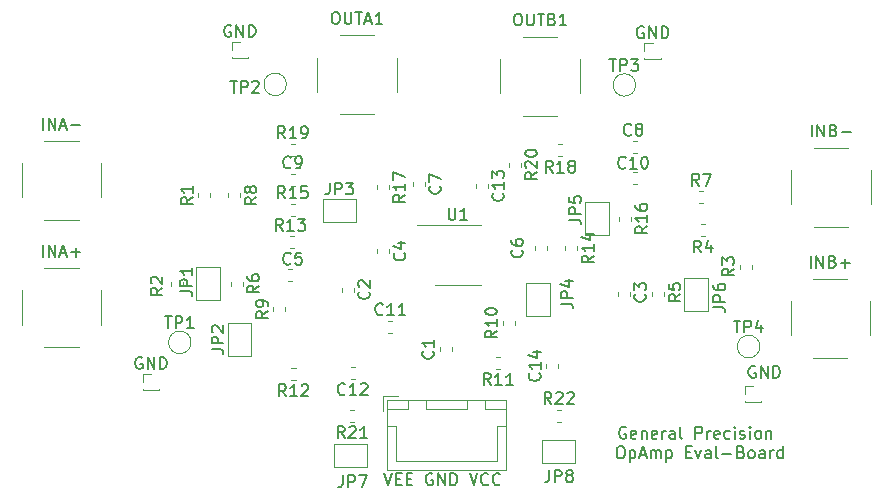
<source format=gbr>
G04 #@! TF.GenerationSoftware,KiCad,Pcbnew,(5.1.2)-2*
G04 #@! TF.CreationDate,2019-07-11T16:04:03+08:00*
G04 #@! TF.ProjectId,General Purpose Op Amp Eval-Board,47656e65-7261-46c2-9050-7572706f7365,rev?*
G04 #@! TF.SameCoordinates,Original*
G04 #@! TF.FileFunction,Legend,Top*
G04 #@! TF.FilePolarity,Positive*
%FSLAX46Y46*%
G04 Gerber Fmt 4.6, Leading zero omitted, Abs format (unit mm)*
G04 Created by KiCad (PCBNEW (5.1.2)-2) date 2019-07-11 16:04:03*
%MOMM*%
%LPD*%
G04 APERTURE LIST*
%ADD10C,0.150000*%
%ADD11C,0.120000*%
G04 APERTURE END LIST*
D10*
X148857485Y-122576200D02*
X148762247Y-122528580D01*
X148619390Y-122528580D01*
X148476533Y-122576200D01*
X148381295Y-122671438D01*
X148333676Y-122766676D01*
X148286057Y-122957152D01*
X148286057Y-123100009D01*
X148333676Y-123290485D01*
X148381295Y-123385723D01*
X148476533Y-123480961D01*
X148619390Y-123528580D01*
X148714628Y-123528580D01*
X148857485Y-123480961D01*
X148905104Y-123433342D01*
X148905104Y-123100009D01*
X148714628Y-123100009D01*
X149714628Y-123480961D02*
X149619390Y-123528580D01*
X149428914Y-123528580D01*
X149333676Y-123480961D01*
X149286057Y-123385723D01*
X149286057Y-123004771D01*
X149333676Y-122909533D01*
X149428914Y-122861914D01*
X149619390Y-122861914D01*
X149714628Y-122909533D01*
X149762247Y-123004771D01*
X149762247Y-123100009D01*
X149286057Y-123195247D01*
X150190819Y-122861914D02*
X150190819Y-123528580D01*
X150190819Y-122957152D02*
X150238438Y-122909533D01*
X150333676Y-122861914D01*
X150476533Y-122861914D01*
X150571771Y-122909533D01*
X150619390Y-123004771D01*
X150619390Y-123528580D01*
X151476533Y-123480961D02*
X151381295Y-123528580D01*
X151190819Y-123528580D01*
X151095580Y-123480961D01*
X151047961Y-123385723D01*
X151047961Y-123004771D01*
X151095580Y-122909533D01*
X151190819Y-122861914D01*
X151381295Y-122861914D01*
X151476533Y-122909533D01*
X151524152Y-123004771D01*
X151524152Y-123100009D01*
X151047961Y-123195247D01*
X151952723Y-123528580D02*
X151952723Y-122861914D01*
X151952723Y-123052390D02*
X152000342Y-122957152D01*
X152047961Y-122909533D01*
X152143200Y-122861914D01*
X152238438Y-122861914D01*
X153000342Y-123528580D02*
X153000342Y-123004771D01*
X152952723Y-122909533D01*
X152857485Y-122861914D01*
X152667009Y-122861914D01*
X152571771Y-122909533D01*
X153000342Y-123480961D02*
X152905104Y-123528580D01*
X152667009Y-123528580D01*
X152571771Y-123480961D01*
X152524152Y-123385723D01*
X152524152Y-123290485D01*
X152571771Y-123195247D01*
X152667009Y-123147628D01*
X152905104Y-123147628D01*
X153000342Y-123100009D01*
X153619390Y-123528580D02*
X153524152Y-123480961D01*
X153476533Y-123385723D01*
X153476533Y-122528580D01*
X154762247Y-123528580D02*
X154762247Y-122528580D01*
X155143200Y-122528580D01*
X155238438Y-122576200D01*
X155286057Y-122623819D01*
X155333676Y-122719057D01*
X155333676Y-122861914D01*
X155286057Y-122957152D01*
X155238438Y-123004771D01*
X155143200Y-123052390D01*
X154762247Y-123052390D01*
X155762247Y-123528580D02*
X155762247Y-122861914D01*
X155762247Y-123052390D02*
X155809866Y-122957152D01*
X155857485Y-122909533D01*
X155952723Y-122861914D01*
X156047961Y-122861914D01*
X156762247Y-123480961D02*
X156667009Y-123528580D01*
X156476533Y-123528580D01*
X156381295Y-123480961D01*
X156333676Y-123385723D01*
X156333676Y-123004771D01*
X156381295Y-122909533D01*
X156476533Y-122861914D01*
X156667009Y-122861914D01*
X156762247Y-122909533D01*
X156809866Y-123004771D01*
X156809866Y-123100009D01*
X156333676Y-123195247D01*
X157667009Y-123480961D02*
X157571771Y-123528580D01*
X157381295Y-123528580D01*
X157286057Y-123480961D01*
X157238438Y-123433342D01*
X157190819Y-123338104D01*
X157190819Y-123052390D01*
X157238438Y-122957152D01*
X157286057Y-122909533D01*
X157381295Y-122861914D01*
X157571771Y-122861914D01*
X157667009Y-122909533D01*
X158095580Y-123528580D02*
X158095580Y-122861914D01*
X158095580Y-122528580D02*
X158047961Y-122576200D01*
X158095580Y-122623819D01*
X158143200Y-122576200D01*
X158095580Y-122528580D01*
X158095580Y-122623819D01*
X158524152Y-123480961D02*
X158619390Y-123528580D01*
X158809866Y-123528580D01*
X158905104Y-123480961D01*
X158952723Y-123385723D01*
X158952723Y-123338104D01*
X158905104Y-123242866D01*
X158809866Y-123195247D01*
X158667009Y-123195247D01*
X158571771Y-123147628D01*
X158524152Y-123052390D01*
X158524152Y-123004771D01*
X158571771Y-122909533D01*
X158667009Y-122861914D01*
X158809866Y-122861914D01*
X158905104Y-122909533D01*
X159381295Y-123528580D02*
X159381295Y-122861914D01*
X159381295Y-122528580D02*
X159333676Y-122576200D01*
X159381295Y-122623819D01*
X159428914Y-122576200D01*
X159381295Y-122528580D01*
X159381295Y-122623819D01*
X160000342Y-123528580D02*
X159905104Y-123480961D01*
X159857485Y-123433342D01*
X159809866Y-123338104D01*
X159809866Y-123052390D01*
X159857485Y-122957152D01*
X159905104Y-122909533D01*
X160000342Y-122861914D01*
X160143200Y-122861914D01*
X160238438Y-122909533D01*
X160286057Y-122957152D01*
X160333676Y-123052390D01*
X160333676Y-123338104D01*
X160286057Y-123433342D01*
X160238438Y-123480961D01*
X160143200Y-123528580D01*
X160000342Y-123528580D01*
X160762247Y-122861914D02*
X160762247Y-123528580D01*
X160762247Y-122957152D02*
X160809866Y-122909533D01*
X160905104Y-122861914D01*
X161047961Y-122861914D01*
X161143200Y-122909533D01*
X161190819Y-123004771D01*
X161190819Y-123528580D01*
X148333676Y-124178580D02*
X148524152Y-124178580D01*
X148619390Y-124226200D01*
X148714628Y-124321438D01*
X148762247Y-124511914D01*
X148762247Y-124845247D01*
X148714628Y-125035723D01*
X148619390Y-125130961D01*
X148524152Y-125178580D01*
X148333676Y-125178580D01*
X148238438Y-125130961D01*
X148143200Y-125035723D01*
X148095580Y-124845247D01*
X148095580Y-124511914D01*
X148143200Y-124321438D01*
X148238438Y-124226200D01*
X148333676Y-124178580D01*
X149190819Y-124511914D02*
X149190819Y-125511914D01*
X149190819Y-124559533D02*
X149286057Y-124511914D01*
X149476533Y-124511914D01*
X149571771Y-124559533D01*
X149619390Y-124607152D01*
X149667009Y-124702390D01*
X149667009Y-124988104D01*
X149619390Y-125083342D01*
X149571771Y-125130961D01*
X149476533Y-125178580D01*
X149286057Y-125178580D01*
X149190819Y-125130961D01*
X150047961Y-124892866D02*
X150524152Y-124892866D01*
X149952723Y-125178580D02*
X150286057Y-124178580D01*
X150619390Y-125178580D01*
X150952723Y-125178580D02*
X150952723Y-124511914D01*
X150952723Y-124607152D02*
X151000342Y-124559533D01*
X151095580Y-124511914D01*
X151238438Y-124511914D01*
X151333676Y-124559533D01*
X151381295Y-124654771D01*
X151381295Y-125178580D01*
X151381295Y-124654771D02*
X151428914Y-124559533D01*
X151524152Y-124511914D01*
X151667009Y-124511914D01*
X151762247Y-124559533D01*
X151809866Y-124654771D01*
X151809866Y-125178580D01*
X152286057Y-124511914D02*
X152286057Y-125511914D01*
X152286057Y-124559533D02*
X152381295Y-124511914D01*
X152571771Y-124511914D01*
X152667009Y-124559533D01*
X152714628Y-124607152D01*
X152762247Y-124702390D01*
X152762247Y-124988104D01*
X152714628Y-125083342D01*
X152667009Y-125130961D01*
X152571771Y-125178580D01*
X152381295Y-125178580D01*
X152286057Y-125130961D01*
X153952723Y-124654771D02*
X154286057Y-124654771D01*
X154428914Y-125178580D02*
X153952723Y-125178580D01*
X153952723Y-124178580D01*
X154428914Y-124178580D01*
X154762247Y-124511914D02*
X155000342Y-125178580D01*
X155238438Y-124511914D01*
X156047961Y-125178580D02*
X156047961Y-124654771D01*
X156000342Y-124559533D01*
X155905104Y-124511914D01*
X155714628Y-124511914D01*
X155619390Y-124559533D01*
X156047961Y-125130961D02*
X155952723Y-125178580D01*
X155714628Y-125178580D01*
X155619390Y-125130961D01*
X155571771Y-125035723D01*
X155571771Y-124940485D01*
X155619390Y-124845247D01*
X155714628Y-124797628D01*
X155952723Y-124797628D01*
X156047961Y-124750009D01*
X156667009Y-125178580D02*
X156571771Y-125130961D01*
X156524152Y-125035723D01*
X156524152Y-124178580D01*
X157047961Y-124797628D02*
X157809866Y-124797628D01*
X158619390Y-124654771D02*
X158762247Y-124702390D01*
X158809866Y-124750009D01*
X158857485Y-124845247D01*
X158857485Y-124988104D01*
X158809866Y-125083342D01*
X158762247Y-125130961D01*
X158667009Y-125178580D01*
X158286057Y-125178580D01*
X158286057Y-124178580D01*
X158619390Y-124178580D01*
X158714628Y-124226200D01*
X158762247Y-124273819D01*
X158809866Y-124369057D01*
X158809866Y-124464295D01*
X158762247Y-124559533D01*
X158714628Y-124607152D01*
X158619390Y-124654771D01*
X158286057Y-124654771D01*
X159428914Y-125178580D02*
X159333676Y-125130961D01*
X159286057Y-125083342D01*
X159238438Y-124988104D01*
X159238438Y-124702390D01*
X159286057Y-124607152D01*
X159333676Y-124559533D01*
X159428914Y-124511914D01*
X159571771Y-124511914D01*
X159667009Y-124559533D01*
X159714628Y-124607152D01*
X159762247Y-124702390D01*
X159762247Y-124988104D01*
X159714628Y-125083342D01*
X159667009Y-125130961D01*
X159571771Y-125178580D01*
X159428914Y-125178580D01*
X160619390Y-125178580D02*
X160619390Y-124654771D01*
X160571771Y-124559533D01*
X160476533Y-124511914D01*
X160286057Y-124511914D01*
X160190819Y-124559533D01*
X160619390Y-125130961D02*
X160524152Y-125178580D01*
X160286057Y-125178580D01*
X160190819Y-125130961D01*
X160143200Y-125035723D01*
X160143200Y-124940485D01*
X160190819Y-124845247D01*
X160286057Y-124797628D01*
X160524152Y-124797628D01*
X160619390Y-124750009D01*
X161095580Y-125178580D02*
X161095580Y-124511914D01*
X161095580Y-124702390D02*
X161143200Y-124607152D01*
X161190819Y-124559533D01*
X161286057Y-124511914D01*
X161381295Y-124511914D01*
X162143200Y-125178580D02*
X162143200Y-124178580D01*
X162143200Y-125130961D02*
X162047961Y-125178580D01*
X161857485Y-125178580D01*
X161762247Y-125130961D01*
X161714628Y-125083342D01*
X161667009Y-124988104D01*
X161667009Y-124702390D01*
X161714628Y-124607152D01*
X161762247Y-124559533D01*
X161857485Y-124511914D01*
X162047961Y-124511914D01*
X162143200Y-124559533D01*
D11*
X150435000Y-91413800D02*
X151825000Y-91413800D01*
X150435000Y-91413800D02*
X150435000Y-91288800D01*
X151825000Y-91413800D02*
X151825000Y-91288800D01*
X150435000Y-91413800D02*
X150521724Y-91413800D01*
X151738276Y-91413800D02*
X151825000Y-91413800D01*
X150435000Y-90728800D02*
X150435000Y-90043800D01*
X150435000Y-90043800D02*
X151130000Y-90043800D01*
X162811800Y-111884800D02*
X162811800Y-114784800D01*
X169521800Y-111884800D02*
X169521800Y-114784800D01*
X164716800Y-116689800D02*
X167616800Y-116689800D01*
X164716800Y-109979800D02*
X167616800Y-109979800D01*
X128631000Y-120222000D02*
X128631000Y-126192000D01*
X128631000Y-126192000D02*
X138751000Y-126192000D01*
X138751000Y-126192000D02*
X138751000Y-120222000D01*
X138751000Y-120222000D02*
X128631000Y-120222000D01*
X131941000Y-120232000D02*
X131941000Y-120982000D01*
X131941000Y-120982000D02*
X135441000Y-120982000D01*
X135441000Y-120982000D02*
X135441000Y-120232000D01*
X135441000Y-120232000D02*
X131941000Y-120232000D01*
X128641000Y-120232000D02*
X128641000Y-120982000D01*
X128641000Y-120982000D02*
X130441000Y-120982000D01*
X130441000Y-120982000D02*
X130441000Y-120232000D01*
X130441000Y-120232000D02*
X128641000Y-120232000D01*
X136941000Y-120232000D02*
X136941000Y-120982000D01*
X136941000Y-120982000D02*
X138741000Y-120982000D01*
X138741000Y-120982000D02*
X138741000Y-120232000D01*
X138741000Y-120232000D02*
X136941000Y-120232000D01*
X128641000Y-122482000D02*
X129391000Y-122482000D01*
X129391000Y-122482000D02*
X129391000Y-125432000D01*
X129391000Y-125432000D02*
X133691000Y-125432000D01*
X138741000Y-122482000D02*
X137991000Y-122482000D01*
X137991000Y-122482000D02*
X137991000Y-125432000D01*
X137991000Y-125432000D02*
X133691000Y-125432000D01*
X129591000Y-119932000D02*
X128341000Y-119932000D01*
X128341000Y-119932000D02*
X128341000Y-121182000D01*
X158918600Y-119050600D02*
X159613600Y-119050600D01*
X158918600Y-119735600D02*
X158918600Y-119050600D01*
X160221876Y-120420600D02*
X160308600Y-120420600D01*
X158918600Y-120420600D02*
X159005324Y-120420600D01*
X160308600Y-120420600D02*
X160308600Y-120295600D01*
X158918600Y-120420600D02*
X158918600Y-120295600D01*
X158918600Y-120420600D02*
X160308600Y-120420600D01*
X160208000Y-115722400D02*
G75*
G03X160208000Y-115722400I-950000J0D01*
G01*
X149692400Y-93573600D02*
G75*
G03X149692400Y-93573600I-950000J0D01*
G01*
X115484600Y-89942200D02*
X116179600Y-89942200D01*
X115484600Y-90627200D02*
X115484600Y-89942200D01*
X116787876Y-91312200D02*
X116874600Y-91312200D01*
X115484600Y-91312200D02*
X115571324Y-91312200D01*
X116874600Y-91312200D02*
X116874600Y-91187200D01*
X115484600Y-91312200D02*
X115484600Y-91187200D01*
X115484600Y-91312200D02*
X116874600Y-91312200D01*
X107966200Y-118034600D02*
X108661200Y-118034600D01*
X107966200Y-118719600D02*
X107966200Y-118034600D01*
X109269476Y-119404600D02*
X109356200Y-119404600D01*
X107966200Y-119404600D02*
X108052924Y-119404600D01*
X109356200Y-119404600D02*
X109356200Y-119279600D01*
X107966200Y-119404600D02*
X107966200Y-119279600D01*
X107966200Y-119404600D02*
X109356200Y-119404600D01*
X120126800Y-93522800D02*
G75*
G03X120126800Y-93522800I-950000J0D01*
G01*
X112049600Y-115366800D02*
G75*
G03X112049600Y-115366800I-950000J0D01*
G01*
X145405600Y-106302000D02*
X145405600Y-103502000D01*
X145405600Y-103502000D02*
X147405600Y-103502000D01*
X147405600Y-103502000D02*
X147405600Y-106302000D01*
X147405600Y-106302000D02*
X145405600Y-106302000D01*
X140427200Y-113160000D02*
X140427200Y-110360000D01*
X140427200Y-110360000D02*
X142427200Y-110360000D01*
X142427200Y-110360000D02*
X142427200Y-113160000D01*
X142427200Y-113160000D02*
X140427200Y-113160000D01*
X153787600Y-112753600D02*
X153787600Y-109953600D01*
X153787600Y-109953600D02*
X155787600Y-109953600D01*
X155787600Y-109953600D02*
X155787600Y-112753600D01*
X155787600Y-112753600D02*
X153787600Y-112753600D01*
X123212400Y-103190800D02*
X126012400Y-103190800D01*
X126012400Y-103190800D02*
X126012400Y-105190800D01*
X126012400Y-105190800D02*
X123212400Y-105190800D01*
X123212400Y-105190800D02*
X123212400Y-103190800D01*
X112499900Y-111775700D02*
X112499900Y-108975700D01*
X112499900Y-108975700D02*
X114499900Y-108975700D01*
X114499900Y-108975700D02*
X114499900Y-111775700D01*
X114499900Y-111775700D02*
X112499900Y-111775700D01*
X115141500Y-116500100D02*
X115141500Y-113700100D01*
X115141500Y-113700100D02*
X117141500Y-113700100D01*
X117141500Y-113700100D02*
X117141500Y-116500100D01*
X117141500Y-116500100D02*
X115141500Y-116500100D01*
X141754400Y-123612400D02*
X144554400Y-123612400D01*
X144554400Y-123612400D02*
X144554400Y-125612400D01*
X144554400Y-125612400D02*
X141754400Y-125612400D01*
X141754400Y-125612400D02*
X141754400Y-123612400D01*
X124177600Y-123942600D02*
X126977600Y-123942600D01*
X126977600Y-123942600D02*
X126977600Y-125942600D01*
X126977600Y-125942600D02*
X124177600Y-125942600D01*
X124177600Y-125942600D02*
X124177600Y-123942600D01*
X134114000Y-116122267D02*
X134114000Y-115779733D01*
X133094000Y-116122267D02*
X133094000Y-115779733D01*
X125833600Y-110725133D02*
X125833600Y-111067667D01*
X124813600Y-110725133D02*
X124813600Y-111067667D01*
X149252400Y-111080733D02*
X149252400Y-111423267D01*
X148232400Y-111080733D02*
X148232400Y-111423267D01*
X127810800Y-107473933D02*
X127810800Y-107816467D01*
X128830800Y-107473933D02*
X128830800Y-107816467D01*
X120567267Y-110187200D02*
X120224733Y-110187200D01*
X120567267Y-109167200D02*
X120224733Y-109167200D01*
X141196600Y-107219933D02*
X141196600Y-107562467D01*
X142216600Y-107219933D02*
X142216600Y-107562467D01*
X130808000Y-101809733D02*
X130808000Y-102152267D01*
X131828000Y-101809733D02*
X131828000Y-102152267D01*
X149777267Y-98296000D02*
X149434733Y-98296000D01*
X149777267Y-99316000D02*
X149434733Y-99316000D01*
X120478733Y-101090000D02*
X120821267Y-101090000D01*
X120478733Y-102110000D02*
X120821267Y-102110000D01*
X149828067Y-100937600D02*
X149485533Y-100937600D01*
X149828067Y-101957600D02*
X149485533Y-101957600D01*
X128759133Y-113536000D02*
X129101667Y-113536000D01*
X128759133Y-114556000D02*
X129101667Y-114556000D01*
X125901267Y-118467600D02*
X125558733Y-118467600D01*
X125901267Y-117447600D02*
X125558733Y-117447600D01*
X136142000Y-101936733D02*
X136142000Y-102279267D01*
X137162000Y-101936733D02*
X137162000Y-102279267D01*
X142111000Y-117519267D02*
X142111000Y-117176733D01*
X143131000Y-117519267D02*
X143131000Y-117176733D01*
X97737000Y-110970400D02*
X97737000Y-113870400D01*
X104447000Y-110970400D02*
X104447000Y-113870400D01*
X99642000Y-115775400D02*
X102542000Y-115775400D01*
X99642000Y-109065400D02*
X102542000Y-109065400D01*
X99642000Y-98295800D02*
X102542000Y-98295800D01*
X99642000Y-105005800D02*
X102542000Y-105005800D01*
X104447000Y-100200800D02*
X104447000Y-103100800D01*
X97737000Y-100200800D02*
X97737000Y-103100800D01*
X164793000Y-98880000D02*
X167693000Y-98880000D01*
X164793000Y-105590000D02*
X167693000Y-105590000D01*
X169598000Y-100785000D02*
X169598000Y-103685000D01*
X162888000Y-100785000D02*
X162888000Y-103685000D01*
X124661000Y-89355000D02*
X127561000Y-89355000D01*
X124661000Y-96065000D02*
X127561000Y-96065000D01*
X129466000Y-91260000D02*
X129466000Y-94160000D01*
X122756000Y-91260000D02*
X122756000Y-94160000D01*
X138250000Y-91387000D02*
X138250000Y-94287000D01*
X144960000Y-91387000D02*
X144960000Y-94287000D01*
X140155000Y-96192000D02*
X143055000Y-96192000D01*
X140155000Y-89482000D02*
X143055000Y-89482000D01*
X112647000Y-103092067D02*
X112647000Y-102749533D01*
X113667000Y-103092067D02*
X113667000Y-102749533D01*
X110322900Y-110229833D02*
X110322900Y-110572367D01*
X111342900Y-110229833D02*
X111342900Y-110572367D01*
X158494000Y-109137267D02*
X158494000Y-108794733D01*
X159514000Y-109137267D02*
X159514000Y-108794733D01*
X155568467Y-106377200D02*
X155225933Y-106377200D01*
X155568467Y-105357200D02*
X155225933Y-105357200D01*
X152097200Y-111474067D02*
X152097200Y-111131533D01*
X151077200Y-111474067D02*
X151077200Y-111131533D01*
X116422900Y-110229833D02*
X116422900Y-110572367D01*
X115402900Y-110229833D02*
X115402900Y-110572367D01*
X155073533Y-102563200D02*
X155416067Y-102563200D01*
X155073533Y-103583200D02*
X155416067Y-103583200D01*
X116207000Y-102749533D02*
X116207000Y-103092067D01*
X115187000Y-102749533D02*
X115187000Y-103092067D01*
X120042400Y-112744067D02*
X120042400Y-112401533D01*
X119022400Y-112744067D02*
X119022400Y-112401533D01*
X139448000Y-113912467D02*
X139448000Y-113569933D01*
X138428000Y-113912467D02*
X138428000Y-113569933D01*
X138220267Y-117604000D02*
X137877733Y-117604000D01*
X138220267Y-116584000D02*
X137877733Y-116584000D01*
X120897467Y-117536500D02*
X120554933Y-117536500D01*
X120897467Y-118556500D02*
X120554933Y-118556500D01*
X120770467Y-106322400D02*
X120427933Y-106322400D01*
X120770467Y-107342400D02*
X120427933Y-107342400D01*
X144756600Y-107219933D02*
X144756600Y-107562467D01*
X143736600Y-107219933D02*
X143736600Y-107562467D01*
X120478733Y-104650000D02*
X120821267Y-104650000D01*
X120478733Y-103630000D02*
X120821267Y-103630000D01*
X148283200Y-104730733D02*
X148283200Y-105073267D01*
X149303200Y-104730733D02*
X149303200Y-105073267D01*
X128780000Y-102063733D02*
X128780000Y-102406267D01*
X127760000Y-102063733D02*
X127760000Y-102406267D01*
X143478067Y-99620800D02*
X143135533Y-99620800D01*
X143478067Y-98600800D02*
X143135533Y-98600800D01*
X120478733Y-98550000D02*
X120821267Y-98550000D01*
X120478733Y-99570000D02*
X120821267Y-99570000D01*
X138936000Y-100158733D02*
X138936000Y-100501267D01*
X139956000Y-100158733D02*
X139956000Y-100501267D01*
X125861867Y-121079800D02*
X125519333Y-121079800D01*
X125861867Y-122099800D02*
X125519333Y-122099800D01*
X143033933Y-122074400D02*
X143376467Y-122074400D01*
X143033933Y-121054400D02*
X143376467Y-121054400D01*
X134620000Y-110510000D02*
X136570000Y-110510000D01*
X134620000Y-110510000D02*
X132670000Y-110510000D01*
X134620000Y-105390000D02*
X136570000Y-105390000D01*
X134620000Y-105390000D02*
X131170000Y-105390000D01*
D10*
X150368095Y-88668800D02*
X150272857Y-88621180D01*
X150130000Y-88621180D01*
X149987142Y-88668800D01*
X149891904Y-88764038D01*
X149844285Y-88859276D01*
X149796666Y-89049752D01*
X149796666Y-89192609D01*
X149844285Y-89383085D01*
X149891904Y-89478323D01*
X149987142Y-89573561D01*
X150130000Y-89621180D01*
X150225238Y-89621180D01*
X150368095Y-89573561D01*
X150415714Y-89525942D01*
X150415714Y-89192609D01*
X150225238Y-89192609D01*
X150844285Y-89621180D02*
X150844285Y-88621180D01*
X151415714Y-89621180D01*
X151415714Y-88621180D01*
X151891904Y-89621180D02*
X151891904Y-88621180D01*
X152130000Y-88621180D01*
X152272857Y-88668800D01*
X152368095Y-88764038D01*
X152415714Y-88859276D01*
X152463333Y-89049752D01*
X152463333Y-89192609D01*
X152415714Y-89383085D01*
X152368095Y-89478323D01*
X152272857Y-89573561D01*
X152130000Y-89621180D01*
X151891904Y-89621180D01*
X164523942Y-109037180D02*
X164523942Y-108037180D01*
X165000133Y-109037180D02*
X165000133Y-108037180D01*
X165571561Y-109037180D01*
X165571561Y-108037180D01*
X166381085Y-108513371D02*
X166523942Y-108560990D01*
X166571561Y-108608609D01*
X166619180Y-108703847D01*
X166619180Y-108846704D01*
X166571561Y-108941942D01*
X166523942Y-108989561D01*
X166428704Y-109037180D01*
X166047752Y-109037180D01*
X166047752Y-108037180D01*
X166381085Y-108037180D01*
X166476323Y-108084800D01*
X166523942Y-108132419D01*
X166571561Y-108227657D01*
X166571561Y-108322895D01*
X166523942Y-108418133D01*
X166476323Y-108465752D01*
X166381085Y-108513371D01*
X166047752Y-108513371D01*
X167047752Y-108656228D02*
X167809657Y-108656228D01*
X167428704Y-109037180D02*
X167428704Y-108275276D01*
X128397619Y-126452380D02*
X128730952Y-127452380D01*
X129064285Y-126452380D01*
X129397619Y-126928571D02*
X129730952Y-126928571D01*
X129873809Y-127452380D02*
X129397619Y-127452380D01*
X129397619Y-126452380D01*
X129873809Y-126452380D01*
X130302380Y-126928571D02*
X130635714Y-126928571D01*
X130778571Y-127452380D02*
X130302380Y-127452380D01*
X130302380Y-126452380D01*
X130778571Y-126452380D01*
X132492857Y-126500000D02*
X132397619Y-126452380D01*
X132254761Y-126452380D01*
X132111904Y-126500000D01*
X132016666Y-126595238D01*
X131969047Y-126690476D01*
X131921428Y-126880952D01*
X131921428Y-127023809D01*
X131969047Y-127214285D01*
X132016666Y-127309523D01*
X132111904Y-127404761D01*
X132254761Y-127452380D01*
X132350000Y-127452380D01*
X132492857Y-127404761D01*
X132540476Y-127357142D01*
X132540476Y-127023809D01*
X132350000Y-127023809D01*
X132969047Y-127452380D02*
X132969047Y-126452380D01*
X133540476Y-127452380D01*
X133540476Y-126452380D01*
X134016666Y-127452380D02*
X134016666Y-126452380D01*
X134254761Y-126452380D01*
X134397619Y-126500000D01*
X134492857Y-126595238D01*
X134540476Y-126690476D01*
X134588095Y-126880952D01*
X134588095Y-127023809D01*
X134540476Y-127214285D01*
X134492857Y-127309523D01*
X134397619Y-127404761D01*
X134254761Y-127452380D01*
X134016666Y-127452380D01*
X135635714Y-126452380D02*
X135969047Y-127452380D01*
X136302380Y-126452380D01*
X137207142Y-127357142D02*
X137159523Y-127404761D01*
X137016666Y-127452380D01*
X136921428Y-127452380D01*
X136778571Y-127404761D01*
X136683333Y-127309523D01*
X136635714Y-127214285D01*
X136588095Y-127023809D01*
X136588095Y-126880952D01*
X136635714Y-126690476D01*
X136683333Y-126595238D01*
X136778571Y-126500000D01*
X136921428Y-126452380D01*
X137016666Y-126452380D01*
X137159523Y-126500000D01*
X137207142Y-126547619D01*
X138207142Y-127357142D02*
X138159523Y-127404761D01*
X138016666Y-127452380D01*
X137921428Y-127452380D01*
X137778571Y-127404761D01*
X137683333Y-127309523D01*
X137635714Y-127214285D01*
X137588095Y-127023809D01*
X137588095Y-126880952D01*
X137635714Y-126690476D01*
X137683333Y-126595238D01*
X137778571Y-126500000D01*
X137921428Y-126452380D01*
X138016666Y-126452380D01*
X138159523Y-126500000D01*
X138207142Y-126547619D01*
X159816895Y-117406800D02*
X159721657Y-117359180D01*
X159578800Y-117359180D01*
X159435942Y-117406800D01*
X159340704Y-117502038D01*
X159293085Y-117597276D01*
X159245466Y-117787752D01*
X159245466Y-117930609D01*
X159293085Y-118121085D01*
X159340704Y-118216323D01*
X159435942Y-118311561D01*
X159578800Y-118359180D01*
X159674038Y-118359180D01*
X159816895Y-118311561D01*
X159864514Y-118263942D01*
X159864514Y-117930609D01*
X159674038Y-117930609D01*
X160293085Y-118359180D02*
X160293085Y-117359180D01*
X160864514Y-118359180D01*
X160864514Y-117359180D01*
X161340704Y-118359180D02*
X161340704Y-117359180D01*
X161578800Y-117359180D01*
X161721657Y-117406800D01*
X161816895Y-117502038D01*
X161864514Y-117597276D01*
X161912133Y-117787752D01*
X161912133Y-117930609D01*
X161864514Y-118121085D01*
X161816895Y-118216323D01*
X161721657Y-118311561D01*
X161578800Y-118359180D01*
X161340704Y-118359180D01*
X157996095Y-113526780D02*
X158567523Y-113526780D01*
X158281809Y-114526780D02*
X158281809Y-113526780D01*
X158900857Y-114526780D02*
X158900857Y-113526780D01*
X159281809Y-113526780D01*
X159377047Y-113574400D01*
X159424666Y-113622019D01*
X159472285Y-113717257D01*
X159472285Y-113860114D01*
X159424666Y-113955352D01*
X159377047Y-114002971D01*
X159281809Y-114050590D01*
X158900857Y-114050590D01*
X160329428Y-113860114D02*
X160329428Y-114526780D01*
X160091333Y-113479161D02*
X159853238Y-114193447D01*
X160472285Y-114193447D01*
X147480495Y-91377980D02*
X148051923Y-91377980D01*
X147766209Y-92377980D02*
X147766209Y-91377980D01*
X148385257Y-92377980D02*
X148385257Y-91377980D01*
X148766209Y-91377980D01*
X148861447Y-91425600D01*
X148909066Y-91473219D01*
X148956685Y-91568457D01*
X148956685Y-91711314D01*
X148909066Y-91806552D01*
X148861447Y-91854171D01*
X148766209Y-91901790D01*
X148385257Y-91901790D01*
X149290019Y-91377980D02*
X149909066Y-91377980D01*
X149575733Y-91758933D01*
X149718590Y-91758933D01*
X149813828Y-91806552D01*
X149861447Y-91854171D01*
X149909066Y-91949409D01*
X149909066Y-92187504D01*
X149861447Y-92282742D01*
X149813828Y-92330361D01*
X149718590Y-92377980D01*
X149432876Y-92377980D01*
X149337638Y-92330361D01*
X149290019Y-92282742D01*
X115417695Y-88567200D02*
X115322457Y-88519580D01*
X115179600Y-88519580D01*
X115036742Y-88567200D01*
X114941504Y-88662438D01*
X114893885Y-88757676D01*
X114846266Y-88948152D01*
X114846266Y-89091009D01*
X114893885Y-89281485D01*
X114941504Y-89376723D01*
X115036742Y-89471961D01*
X115179600Y-89519580D01*
X115274838Y-89519580D01*
X115417695Y-89471961D01*
X115465314Y-89424342D01*
X115465314Y-89091009D01*
X115274838Y-89091009D01*
X115893885Y-89519580D02*
X115893885Y-88519580D01*
X116465314Y-89519580D01*
X116465314Y-88519580D01*
X116941504Y-89519580D02*
X116941504Y-88519580D01*
X117179600Y-88519580D01*
X117322457Y-88567200D01*
X117417695Y-88662438D01*
X117465314Y-88757676D01*
X117512933Y-88948152D01*
X117512933Y-89091009D01*
X117465314Y-89281485D01*
X117417695Y-89376723D01*
X117322457Y-89471961D01*
X117179600Y-89519580D01*
X116941504Y-89519580D01*
X107899295Y-116659600D02*
X107804057Y-116611980D01*
X107661200Y-116611980D01*
X107518342Y-116659600D01*
X107423104Y-116754838D01*
X107375485Y-116850076D01*
X107327866Y-117040552D01*
X107327866Y-117183409D01*
X107375485Y-117373885D01*
X107423104Y-117469123D01*
X107518342Y-117564361D01*
X107661200Y-117611980D01*
X107756438Y-117611980D01*
X107899295Y-117564361D01*
X107946914Y-117516742D01*
X107946914Y-117183409D01*
X107756438Y-117183409D01*
X108375485Y-117611980D02*
X108375485Y-116611980D01*
X108946914Y-117611980D01*
X108946914Y-116611980D01*
X109423104Y-117611980D02*
X109423104Y-116611980D01*
X109661200Y-116611980D01*
X109804057Y-116659600D01*
X109899295Y-116754838D01*
X109946914Y-116850076D01*
X109994533Y-117040552D01*
X109994533Y-117183409D01*
X109946914Y-117373885D01*
X109899295Y-117469123D01*
X109804057Y-117564361D01*
X109661200Y-117611980D01*
X109423104Y-117611980D01*
X115374895Y-93229180D02*
X115946323Y-93229180D01*
X115660609Y-94229180D02*
X115660609Y-93229180D01*
X116279657Y-94229180D02*
X116279657Y-93229180D01*
X116660609Y-93229180D01*
X116755847Y-93276800D01*
X116803466Y-93324419D01*
X116851085Y-93419657D01*
X116851085Y-93562514D01*
X116803466Y-93657752D01*
X116755847Y-93705371D01*
X116660609Y-93752990D01*
X116279657Y-93752990D01*
X117232038Y-93324419D02*
X117279657Y-93276800D01*
X117374895Y-93229180D01*
X117612990Y-93229180D01*
X117708228Y-93276800D01*
X117755847Y-93324419D01*
X117803466Y-93419657D01*
X117803466Y-93514895D01*
X117755847Y-93657752D01*
X117184419Y-94229180D01*
X117803466Y-94229180D01*
X109837695Y-113171180D02*
X110409123Y-113171180D01*
X110123409Y-114171180D02*
X110123409Y-113171180D01*
X110742457Y-114171180D02*
X110742457Y-113171180D01*
X111123409Y-113171180D01*
X111218647Y-113218800D01*
X111266266Y-113266419D01*
X111313885Y-113361657D01*
X111313885Y-113504514D01*
X111266266Y-113599752D01*
X111218647Y-113647371D01*
X111123409Y-113694990D01*
X110742457Y-113694990D01*
X112266266Y-114171180D02*
X111694838Y-114171180D01*
X111980552Y-114171180D02*
X111980552Y-113171180D01*
X111885314Y-113314038D01*
X111790076Y-113409276D01*
X111694838Y-113456895D01*
X144057980Y-104973333D02*
X144772266Y-104973333D01*
X144915123Y-105020952D01*
X145010361Y-105116190D01*
X145057980Y-105259047D01*
X145057980Y-105354285D01*
X145057980Y-104497142D02*
X144057980Y-104497142D01*
X144057980Y-104116190D01*
X144105600Y-104020952D01*
X144153219Y-103973333D01*
X144248457Y-103925714D01*
X144391314Y-103925714D01*
X144486552Y-103973333D01*
X144534171Y-104020952D01*
X144581790Y-104116190D01*
X144581790Y-104497142D01*
X144057980Y-103020952D02*
X144057980Y-103497142D01*
X144534171Y-103544761D01*
X144486552Y-103497142D01*
X144438933Y-103401904D01*
X144438933Y-103163809D01*
X144486552Y-103068571D01*
X144534171Y-103020952D01*
X144629409Y-102973333D01*
X144867504Y-102973333D01*
X144962742Y-103020952D01*
X145010361Y-103068571D01*
X145057980Y-103163809D01*
X145057980Y-103401904D01*
X145010361Y-103497142D01*
X144962742Y-103544761D01*
X143368780Y-112085333D02*
X144083066Y-112085333D01*
X144225923Y-112132952D01*
X144321161Y-112228190D01*
X144368780Y-112371047D01*
X144368780Y-112466285D01*
X144368780Y-111609142D02*
X143368780Y-111609142D01*
X143368780Y-111228190D01*
X143416400Y-111132952D01*
X143464019Y-111085333D01*
X143559257Y-111037714D01*
X143702114Y-111037714D01*
X143797352Y-111085333D01*
X143844971Y-111132952D01*
X143892590Y-111228190D01*
X143892590Y-111609142D01*
X143702114Y-110180571D02*
X144368780Y-110180571D01*
X143321161Y-110418666D02*
X144035447Y-110656761D01*
X144035447Y-110037714D01*
X156271980Y-112390133D02*
X156986266Y-112390133D01*
X157129123Y-112437752D01*
X157224361Y-112532990D01*
X157271980Y-112675847D01*
X157271980Y-112771085D01*
X157271980Y-111913942D02*
X156271980Y-111913942D01*
X156271980Y-111532990D01*
X156319600Y-111437752D01*
X156367219Y-111390133D01*
X156462457Y-111342514D01*
X156605314Y-111342514D01*
X156700552Y-111390133D01*
X156748171Y-111437752D01*
X156795790Y-111532990D01*
X156795790Y-111913942D01*
X156271980Y-110485371D02*
X156271980Y-110675847D01*
X156319600Y-110771085D01*
X156367219Y-110818704D01*
X156510076Y-110913942D01*
X156700552Y-110961561D01*
X157081504Y-110961561D01*
X157176742Y-110913942D01*
X157224361Y-110866323D01*
X157271980Y-110771085D01*
X157271980Y-110580609D01*
X157224361Y-110485371D01*
X157176742Y-110437752D01*
X157081504Y-110390133D01*
X156843409Y-110390133D01*
X156748171Y-110437752D01*
X156700552Y-110485371D01*
X156652933Y-110580609D01*
X156652933Y-110771085D01*
X156700552Y-110866323D01*
X156748171Y-110913942D01*
X156843409Y-110961561D01*
X123779066Y-101843180D02*
X123779066Y-102557466D01*
X123731447Y-102700323D01*
X123636209Y-102795561D01*
X123493352Y-102843180D01*
X123398114Y-102843180D01*
X124255257Y-102843180D02*
X124255257Y-101843180D01*
X124636209Y-101843180D01*
X124731447Y-101890800D01*
X124779066Y-101938419D01*
X124826685Y-102033657D01*
X124826685Y-102176514D01*
X124779066Y-102271752D01*
X124731447Y-102319371D01*
X124636209Y-102366990D01*
X124255257Y-102366990D01*
X125160019Y-101843180D02*
X125779066Y-101843180D01*
X125445733Y-102224133D01*
X125588590Y-102224133D01*
X125683828Y-102271752D01*
X125731447Y-102319371D01*
X125779066Y-102414609D01*
X125779066Y-102652704D01*
X125731447Y-102747942D01*
X125683828Y-102795561D01*
X125588590Y-102843180D01*
X125302876Y-102843180D01*
X125207638Y-102795561D01*
X125160019Y-102747942D01*
X111152280Y-111056633D02*
X111866566Y-111056633D01*
X112009423Y-111104252D01*
X112104661Y-111199490D01*
X112152280Y-111342347D01*
X112152280Y-111437585D01*
X112152280Y-110580442D02*
X111152280Y-110580442D01*
X111152280Y-110199490D01*
X111199900Y-110104252D01*
X111247519Y-110056633D01*
X111342757Y-110009014D01*
X111485614Y-110009014D01*
X111580852Y-110056633D01*
X111628471Y-110104252D01*
X111676090Y-110199490D01*
X111676090Y-110580442D01*
X112152280Y-109056633D02*
X112152280Y-109628061D01*
X112152280Y-109342347D02*
X111152280Y-109342347D01*
X111295138Y-109437585D01*
X111390376Y-109532823D01*
X111437995Y-109628061D01*
X113793880Y-115933433D02*
X114508166Y-115933433D01*
X114651023Y-115981052D01*
X114746261Y-116076290D01*
X114793880Y-116219147D01*
X114793880Y-116314385D01*
X114793880Y-115457242D02*
X113793880Y-115457242D01*
X113793880Y-115076290D01*
X113841500Y-114981052D01*
X113889119Y-114933433D01*
X113984357Y-114885814D01*
X114127214Y-114885814D01*
X114222452Y-114933433D01*
X114270071Y-114981052D01*
X114317690Y-115076290D01*
X114317690Y-115457242D01*
X113889119Y-114504861D02*
X113841500Y-114457242D01*
X113793880Y-114362004D01*
X113793880Y-114123909D01*
X113841500Y-114028671D01*
X113889119Y-113981052D01*
X113984357Y-113933433D01*
X114079595Y-113933433D01*
X114222452Y-113981052D01*
X114793880Y-114552480D01*
X114793880Y-113933433D01*
X142371866Y-126198380D02*
X142371866Y-126912666D01*
X142324247Y-127055523D01*
X142229009Y-127150761D01*
X142086152Y-127198380D01*
X141990914Y-127198380D01*
X142848057Y-127198380D02*
X142848057Y-126198380D01*
X143229009Y-126198380D01*
X143324247Y-126246000D01*
X143371866Y-126293619D01*
X143419485Y-126388857D01*
X143419485Y-126531714D01*
X143371866Y-126626952D01*
X143324247Y-126674571D01*
X143229009Y-126722190D01*
X142848057Y-126722190D01*
X143990914Y-126626952D02*
X143895676Y-126579333D01*
X143848057Y-126531714D01*
X143800438Y-126436476D01*
X143800438Y-126388857D01*
X143848057Y-126293619D01*
X143895676Y-126246000D01*
X143990914Y-126198380D01*
X144181390Y-126198380D01*
X144276628Y-126246000D01*
X144324247Y-126293619D01*
X144371866Y-126388857D01*
X144371866Y-126436476D01*
X144324247Y-126531714D01*
X144276628Y-126579333D01*
X144181390Y-126626952D01*
X143990914Y-126626952D01*
X143895676Y-126674571D01*
X143848057Y-126722190D01*
X143800438Y-126817428D01*
X143800438Y-127007904D01*
X143848057Y-127103142D01*
X143895676Y-127150761D01*
X143990914Y-127198380D01*
X144181390Y-127198380D01*
X144276628Y-127150761D01*
X144324247Y-127103142D01*
X144371866Y-127007904D01*
X144371866Y-126817428D01*
X144324247Y-126722190D01*
X144276628Y-126674571D01*
X144181390Y-126626952D01*
X124896666Y-126630180D02*
X124896666Y-127344466D01*
X124849047Y-127487323D01*
X124753809Y-127582561D01*
X124610952Y-127630180D01*
X124515714Y-127630180D01*
X125372857Y-127630180D02*
X125372857Y-126630180D01*
X125753809Y-126630180D01*
X125849047Y-126677800D01*
X125896666Y-126725419D01*
X125944285Y-126820657D01*
X125944285Y-126963514D01*
X125896666Y-127058752D01*
X125849047Y-127106371D01*
X125753809Y-127153990D01*
X125372857Y-127153990D01*
X126277619Y-126630180D02*
X126944285Y-126630180D01*
X126515714Y-127630180D01*
X132531142Y-116117666D02*
X132578761Y-116165285D01*
X132626380Y-116308142D01*
X132626380Y-116403380D01*
X132578761Y-116546238D01*
X132483523Y-116641476D01*
X132388285Y-116689095D01*
X132197809Y-116736714D01*
X132054952Y-116736714D01*
X131864476Y-116689095D01*
X131769238Y-116641476D01*
X131674000Y-116546238D01*
X131626380Y-116403380D01*
X131626380Y-116308142D01*
X131674000Y-116165285D01*
X131721619Y-116117666D01*
X132626380Y-115165285D02*
X132626380Y-115736714D01*
X132626380Y-115451000D02*
X131626380Y-115451000D01*
X131769238Y-115546238D01*
X131864476Y-115641476D01*
X131912095Y-115736714D01*
X127110742Y-111063066D02*
X127158361Y-111110685D01*
X127205980Y-111253542D01*
X127205980Y-111348780D01*
X127158361Y-111491638D01*
X127063123Y-111586876D01*
X126967885Y-111634495D01*
X126777409Y-111682114D01*
X126634552Y-111682114D01*
X126444076Y-111634495D01*
X126348838Y-111586876D01*
X126253600Y-111491638D01*
X126205980Y-111348780D01*
X126205980Y-111253542D01*
X126253600Y-111110685D01*
X126301219Y-111063066D01*
X126301219Y-110682114D02*
X126253600Y-110634495D01*
X126205980Y-110539257D01*
X126205980Y-110301161D01*
X126253600Y-110205923D01*
X126301219Y-110158304D01*
X126396457Y-110110685D01*
X126491695Y-110110685D01*
X126634552Y-110158304D01*
X127205980Y-110729733D01*
X127205980Y-110110685D01*
X150471142Y-111291666D02*
X150518761Y-111339285D01*
X150566380Y-111482142D01*
X150566380Y-111577380D01*
X150518761Y-111720238D01*
X150423523Y-111815476D01*
X150328285Y-111863095D01*
X150137809Y-111910714D01*
X149994952Y-111910714D01*
X149804476Y-111863095D01*
X149709238Y-111815476D01*
X149614000Y-111720238D01*
X149566380Y-111577380D01*
X149566380Y-111482142D01*
X149614000Y-111339285D01*
X149661619Y-111291666D01*
X149566380Y-110958333D02*
X149566380Y-110339285D01*
X149947333Y-110672619D01*
X149947333Y-110529761D01*
X149994952Y-110434523D01*
X150042571Y-110386904D01*
X150137809Y-110339285D01*
X150375904Y-110339285D01*
X150471142Y-110386904D01*
X150518761Y-110434523D01*
X150566380Y-110529761D01*
X150566380Y-110815476D01*
X150518761Y-110910714D01*
X150471142Y-110958333D01*
X130107942Y-107811866D02*
X130155561Y-107859485D01*
X130203180Y-108002342D01*
X130203180Y-108097580D01*
X130155561Y-108240438D01*
X130060323Y-108335676D01*
X129965085Y-108383295D01*
X129774609Y-108430914D01*
X129631752Y-108430914D01*
X129441276Y-108383295D01*
X129346038Y-108335676D01*
X129250800Y-108240438D01*
X129203180Y-108097580D01*
X129203180Y-108002342D01*
X129250800Y-107859485D01*
X129298419Y-107811866D01*
X129536514Y-106954723D02*
X130203180Y-106954723D01*
X129155561Y-107192819D02*
X129869847Y-107430914D01*
X129869847Y-106811866D01*
X120483333Y-108688142D02*
X120435714Y-108735761D01*
X120292857Y-108783380D01*
X120197619Y-108783380D01*
X120054761Y-108735761D01*
X119959523Y-108640523D01*
X119911904Y-108545285D01*
X119864285Y-108354809D01*
X119864285Y-108211952D01*
X119911904Y-108021476D01*
X119959523Y-107926238D01*
X120054761Y-107831000D01*
X120197619Y-107783380D01*
X120292857Y-107783380D01*
X120435714Y-107831000D01*
X120483333Y-107878619D01*
X121388095Y-107783380D02*
X120911904Y-107783380D01*
X120864285Y-108259571D01*
X120911904Y-108211952D01*
X121007142Y-108164333D01*
X121245238Y-108164333D01*
X121340476Y-108211952D01*
X121388095Y-108259571D01*
X121435714Y-108354809D01*
X121435714Y-108592904D01*
X121388095Y-108688142D01*
X121340476Y-108735761D01*
X121245238Y-108783380D01*
X121007142Y-108783380D01*
X120911904Y-108735761D01*
X120864285Y-108688142D01*
X140057142Y-107557866D02*
X140104761Y-107605485D01*
X140152380Y-107748342D01*
X140152380Y-107843580D01*
X140104761Y-107986438D01*
X140009523Y-108081676D01*
X139914285Y-108129295D01*
X139723809Y-108176914D01*
X139580952Y-108176914D01*
X139390476Y-108129295D01*
X139295238Y-108081676D01*
X139200000Y-107986438D01*
X139152380Y-107843580D01*
X139152380Y-107748342D01*
X139200000Y-107605485D01*
X139247619Y-107557866D01*
X139152380Y-106700723D02*
X139152380Y-106891200D01*
X139200000Y-106986438D01*
X139247619Y-107034057D01*
X139390476Y-107129295D01*
X139580952Y-107176914D01*
X139961904Y-107176914D01*
X140057142Y-107129295D01*
X140104761Y-107081676D01*
X140152380Y-106986438D01*
X140152380Y-106795961D01*
X140104761Y-106700723D01*
X140057142Y-106653104D01*
X139961904Y-106605485D01*
X139723809Y-106605485D01*
X139628571Y-106653104D01*
X139580952Y-106700723D01*
X139533333Y-106795961D01*
X139533333Y-106986438D01*
X139580952Y-107081676D01*
X139628571Y-107129295D01*
X139723809Y-107176914D01*
X133105142Y-102147666D02*
X133152761Y-102195285D01*
X133200380Y-102338142D01*
X133200380Y-102433380D01*
X133152761Y-102576238D01*
X133057523Y-102671476D01*
X132962285Y-102719095D01*
X132771809Y-102766714D01*
X132628952Y-102766714D01*
X132438476Y-102719095D01*
X132343238Y-102671476D01*
X132248000Y-102576238D01*
X132200380Y-102433380D01*
X132200380Y-102338142D01*
X132248000Y-102195285D01*
X132295619Y-102147666D01*
X132200380Y-101814333D02*
X132200380Y-101147666D01*
X133200380Y-101576238D01*
X149312333Y-97766142D02*
X149264714Y-97813761D01*
X149121857Y-97861380D01*
X149026619Y-97861380D01*
X148883761Y-97813761D01*
X148788523Y-97718523D01*
X148740904Y-97623285D01*
X148693285Y-97432809D01*
X148693285Y-97289952D01*
X148740904Y-97099476D01*
X148788523Y-97004238D01*
X148883761Y-96909000D01*
X149026619Y-96861380D01*
X149121857Y-96861380D01*
X149264714Y-96909000D01*
X149312333Y-96956619D01*
X149883761Y-97289952D02*
X149788523Y-97242333D01*
X149740904Y-97194714D01*
X149693285Y-97099476D01*
X149693285Y-97051857D01*
X149740904Y-96956619D01*
X149788523Y-96909000D01*
X149883761Y-96861380D01*
X150074238Y-96861380D01*
X150169476Y-96909000D01*
X150217095Y-96956619D01*
X150264714Y-97051857D01*
X150264714Y-97099476D01*
X150217095Y-97194714D01*
X150169476Y-97242333D01*
X150074238Y-97289952D01*
X149883761Y-97289952D01*
X149788523Y-97337571D01*
X149740904Y-97385190D01*
X149693285Y-97480428D01*
X149693285Y-97670904D01*
X149740904Y-97766142D01*
X149788523Y-97813761D01*
X149883761Y-97861380D01*
X150074238Y-97861380D01*
X150169476Y-97813761D01*
X150217095Y-97766142D01*
X150264714Y-97670904D01*
X150264714Y-97480428D01*
X150217095Y-97385190D01*
X150169476Y-97337571D01*
X150074238Y-97289952D01*
X120483333Y-100527142D02*
X120435714Y-100574761D01*
X120292857Y-100622380D01*
X120197619Y-100622380D01*
X120054761Y-100574761D01*
X119959523Y-100479523D01*
X119911904Y-100384285D01*
X119864285Y-100193809D01*
X119864285Y-100050952D01*
X119911904Y-99860476D01*
X119959523Y-99765238D01*
X120054761Y-99670000D01*
X120197619Y-99622380D01*
X120292857Y-99622380D01*
X120435714Y-99670000D01*
X120483333Y-99717619D01*
X120959523Y-100622380D02*
X121150000Y-100622380D01*
X121245238Y-100574761D01*
X121292857Y-100527142D01*
X121388095Y-100384285D01*
X121435714Y-100193809D01*
X121435714Y-99812857D01*
X121388095Y-99717619D01*
X121340476Y-99670000D01*
X121245238Y-99622380D01*
X121054761Y-99622380D01*
X120959523Y-99670000D01*
X120911904Y-99717619D01*
X120864285Y-99812857D01*
X120864285Y-100050952D01*
X120911904Y-100146190D01*
X120959523Y-100193809D01*
X121054761Y-100241428D01*
X121245238Y-100241428D01*
X121340476Y-100193809D01*
X121388095Y-100146190D01*
X121435714Y-100050952D01*
X148836142Y-100560142D02*
X148788523Y-100607761D01*
X148645666Y-100655380D01*
X148550428Y-100655380D01*
X148407571Y-100607761D01*
X148312333Y-100512523D01*
X148264714Y-100417285D01*
X148217095Y-100226809D01*
X148217095Y-100083952D01*
X148264714Y-99893476D01*
X148312333Y-99798238D01*
X148407571Y-99703000D01*
X148550428Y-99655380D01*
X148645666Y-99655380D01*
X148788523Y-99703000D01*
X148836142Y-99750619D01*
X149788523Y-100655380D02*
X149217095Y-100655380D01*
X149502809Y-100655380D02*
X149502809Y-99655380D01*
X149407571Y-99798238D01*
X149312333Y-99893476D01*
X149217095Y-99941095D01*
X150407571Y-99655380D02*
X150502809Y-99655380D01*
X150598047Y-99703000D01*
X150645666Y-99750619D01*
X150693285Y-99845857D01*
X150740904Y-100036333D01*
X150740904Y-100274428D01*
X150693285Y-100464904D01*
X150645666Y-100560142D01*
X150598047Y-100607761D01*
X150502809Y-100655380D01*
X150407571Y-100655380D01*
X150312333Y-100607761D01*
X150264714Y-100560142D01*
X150217095Y-100464904D01*
X150169476Y-100274428D01*
X150169476Y-100036333D01*
X150217095Y-99845857D01*
X150264714Y-99750619D01*
X150312333Y-99703000D01*
X150407571Y-99655380D01*
X128287542Y-112973142D02*
X128239923Y-113020761D01*
X128097066Y-113068380D01*
X128001828Y-113068380D01*
X127858971Y-113020761D01*
X127763733Y-112925523D01*
X127716114Y-112830285D01*
X127668495Y-112639809D01*
X127668495Y-112496952D01*
X127716114Y-112306476D01*
X127763733Y-112211238D01*
X127858971Y-112116000D01*
X128001828Y-112068380D01*
X128097066Y-112068380D01*
X128239923Y-112116000D01*
X128287542Y-112163619D01*
X129239923Y-113068380D02*
X128668495Y-113068380D01*
X128954209Y-113068380D02*
X128954209Y-112068380D01*
X128858971Y-112211238D01*
X128763733Y-112306476D01*
X128668495Y-112354095D01*
X130192304Y-113068380D02*
X129620876Y-113068380D01*
X129906590Y-113068380D02*
X129906590Y-112068380D01*
X129811352Y-112211238D01*
X129716114Y-112306476D01*
X129620876Y-112354095D01*
X125087142Y-119744742D02*
X125039523Y-119792361D01*
X124896666Y-119839980D01*
X124801428Y-119839980D01*
X124658571Y-119792361D01*
X124563333Y-119697123D01*
X124515714Y-119601885D01*
X124468095Y-119411409D01*
X124468095Y-119268552D01*
X124515714Y-119078076D01*
X124563333Y-118982838D01*
X124658571Y-118887600D01*
X124801428Y-118839980D01*
X124896666Y-118839980D01*
X125039523Y-118887600D01*
X125087142Y-118935219D01*
X126039523Y-119839980D02*
X125468095Y-119839980D01*
X125753809Y-119839980D02*
X125753809Y-118839980D01*
X125658571Y-118982838D01*
X125563333Y-119078076D01*
X125468095Y-119125695D01*
X126420476Y-118935219D02*
X126468095Y-118887600D01*
X126563333Y-118839980D01*
X126801428Y-118839980D01*
X126896666Y-118887600D01*
X126944285Y-118935219D01*
X126991904Y-119030457D01*
X126991904Y-119125695D01*
X126944285Y-119268552D01*
X126372857Y-119839980D01*
X126991904Y-119839980D01*
X138439142Y-102750857D02*
X138486761Y-102798476D01*
X138534380Y-102941333D01*
X138534380Y-103036571D01*
X138486761Y-103179428D01*
X138391523Y-103274666D01*
X138296285Y-103322285D01*
X138105809Y-103369904D01*
X137962952Y-103369904D01*
X137772476Y-103322285D01*
X137677238Y-103274666D01*
X137582000Y-103179428D01*
X137534380Y-103036571D01*
X137534380Y-102941333D01*
X137582000Y-102798476D01*
X137629619Y-102750857D01*
X138534380Y-101798476D02*
X138534380Y-102369904D01*
X138534380Y-102084190D02*
X137534380Y-102084190D01*
X137677238Y-102179428D01*
X137772476Y-102274666D01*
X137820095Y-102369904D01*
X137534380Y-101465142D02*
X137534380Y-100846095D01*
X137915333Y-101179428D01*
X137915333Y-101036571D01*
X137962952Y-100941333D01*
X138010571Y-100893714D01*
X138105809Y-100846095D01*
X138343904Y-100846095D01*
X138439142Y-100893714D01*
X138486761Y-100941333D01*
X138534380Y-101036571D01*
X138534380Y-101322285D01*
X138486761Y-101417523D01*
X138439142Y-101465142D01*
X141548142Y-117990857D02*
X141595761Y-118038476D01*
X141643380Y-118181333D01*
X141643380Y-118276571D01*
X141595761Y-118419428D01*
X141500523Y-118514666D01*
X141405285Y-118562285D01*
X141214809Y-118609904D01*
X141071952Y-118609904D01*
X140881476Y-118562285D01*
X140786238Y-118514666D01*
X140691000Y-118419428D01*
X140643380Y-118276571D01*
X140643380Y-118181333D01*
X140691000Y-118038476D01*
X140738619Y-117990857D01*
X141643380Y-117038476D02*
X141643380Y-117609904D01*
X141643380Y-117324190D02*
X140643380Y-117324190D01*
X140786238Y-117419428D01*
X140881476Y-117514666D01*
X140929095Y-117609904D01*
X140976714Y-116181333D02*
X141643380Y-116181333D01*
X140595761Y-116419428D02*
X141310047Y-116657523D01*
X141310047Y-116038476D01*
X99520571Y-108122780D02*
X99520571Y-107122780D01*
X99996761Y-108122780D02*
X99996761Y-107122780D01*
X100568190Y-108122780D01*
X100568190Y-107122780D01*
X100996761Y-107837066D02*
X101472952Y-107837066D01*
X100901523Y-108122780D02*
X101234857Y-107122780D01*
X101568190Y-108122780D01*
X101901523Y-107741828D02*
X102663428Y-107741828D01*
X102282476Y-108122780D02*
X102282476Y-107360876D01*
X99520571Y-97353180D02*
X99520571Y-96353180D01*
X99996761Y-97353180D02*
X99996761Y-96353180D01*
X100568190Y-97353180D01*
X100568190Y-96353180D01*
X100996761Y-97067466D02*
X101472952Y-97067466D01*
X100901523Y-97353180D02*
X101234857Y-96353180D01*
X101568190Y-97353180D01*
X101901523Y-96972228D02*
X102663428Y-96972228D01*
X164600142Y-97937380D02*
X164600142Y-96937380D01*
X165076333Y-97937380D02*
X165076333Y-96937380D01*
X165647761Y-97937380D01*
X165647761Y-96937380D01*
X166457285Y-97413571D02*
X166600142Y-97461190D01*
X166647761Y-97508809D01*
X166695380Y-97604047D01*
X166695380Y-97746904D01*
X166647761Y-97842142D01*
X166600142Y-97889761D01*
X166504904Y-97937380D01*
X166123952Y-97937380D01*
X166123952Y-96937380D01*
X166457285Y-96937380D01*
X166552523Y-96985000D01*
X166600142Y-97032619D01*
X166647761Y-97127857D01*
X166647761Y-97223095D01*
X166600142Y-97318333D01*
X166552523Y-97365952D01*
X166457285Y-97413571D01*
X166123952Y-97413571D01*
X167123952Y-97556428D02*
X167885857Y-97556428D01*
X124206238Y-87412380D02*
X124396714Y-87412380D01*
X124491952Y-87460000D01*
X124587190Y-87555238D01*
X124634809Y-87745714D01*
X124634809Y-88079047D01*
X124587190Y-88269523D01*
X124491952Y-88364761D01*
X124396714Y-88412380D01*
X124206238Y-88412380D01*
X124111000Y-88364761D01*
X124015761Y-88269523D01*
X123968142Y-88079047D01*
X123968142Y-87745714D01*
X124015761Y-87555238D01*
X124111000Y-87460000D01*
X124206238Y-87412380D01*
X125063380Y-87412380D02*
X125063380Y-88221904D01*
X125111000Y-88317142D01*
X125158619Y-88364761D01*
X125253857Y-88412380D01*
X125444333Y-88412380D01*
X125539571Y-88364761D01*
X125587190Y-88317142D01*
X125634809Y-88221904D01*
X125634809Y-87412380D01*
X125968142Y-87412380D02*
X126539571Y-87412380D01*
X126253857Y-88412380D02*
X126253857Y-87412380D01*
X126825285Y-88126666D02*
X127301476Y-88126666D01*
X126730047Y-88412380D02*
X127063380Y-87412380D01*
X127396714Y-88412380D01*
X128253857Y-88412380D02*
X127682428Y-88412380D01*
X127968142Y-88412380D02*
X127968142Y-87412380D01*
X127872904Y-87555238D01*
X127777666Y-87650476D01*
X127682428Y-87698095D01*
X139628809Y-87539380D02*
X139819285Y-87539380D01*
X139914523Y-87587000D01*
X140009761Y-87682238D01*
X140057380Y-87872714D01*
X140057380Y-88206047D01*
X140009761Y-88396523D01*
X139914523Y-88491761D01*
X139819285Y-88539380D01*
X139628809Y-88539380D01*
X139533571Y-88491761D01*
X139438333Y-88396523D01*
X139390714Y-88206047D01*
X139390714Y-87872714D01*
X139438333Y-87682238D01*
X139533571Y-87587000D01*
X139628809Y-87539380D01*
X140485952Y-87539380D02*
X140485952Y-88348904D01*
X140533571Y-88444142D01*
X140581190Y-88491761D01*
X140676428Y-88539380D01*
X140866904Y-88539380D01*
X140962142Y-88491761D01*
X141009761Y-88444142D01*
X141057380Y-88348904D01*
X141057380Y-87539380D01*
X141390714Y-87539380D02*
X141962142Y-87539380D01*
X141676428Y-88539380D02*
X141676428Y-87539380D01*
X142628809Y-88015571D02*
X142771666Y-88063190D01*
X142819285Y-88110809D01*
X142866904Y-88206047D01*
X142866904Y-88348904D01*
X142819285Y-88444142D01*
X142771666Y-88491761D01*
X142676428Y-88539380D01*
X142295476Y-88539380D01*
X142295476Y-87539380D01*
X142628809Y-87539380D01*
X142724047Y-87587000D01*
X142771666Y-87634619D01*
X142819285Y-87729857D01*
X142819285Y-87825095D01*
X142771666Y-87920333D01*
X142724047Y-87967952D01*
X142628809Y-88015571D01*
X142295476Y-88015571D01*
X143819285Y-88539380D02*
X143247857Y-88539380D01*
X143533571Y-88539380D02*
X143533571Y-87539380D01*
X143438333Y-87682238D01*
X143343095Y-87777476D01*
X143247857Y-87825095D01*
X112179380Y-103087466D02*
X111703190Y-103420800D01*
X112179380Y-103658895D02*
X111179380Y-103658895D01*
X111179380Y-103277942D01*
X111227000Y-103182704D01*
X111274619Y-103135085D01*
X111369857Y-103087466D01*
X111512714Y-103087466D01*
X111607952Y-103135085D01*
X111655571Y-103182704D01*
X111703190Y-103277942D01*
X111703190Y-103658895D01*
X112179380Y-102135085D02*
X112179380Y-102706514D01*
X112179380Y-102420800D02*
X111179380Y-102420800D01*
X111322238Y-102516038D01*
X111417476Y-102611276D01*
X111465095Y-102706514D01*
X109634280Y-110745566D02*
X109158090Y-111078900D01*
X109634280Y-111316995D02*
X108634280Y-111316995D01*
X108634280Y-110936042D01*
X108681900Y-110840804D01*
X108729519Y-110793185D01*
X108824757Y-110745566D01*
X108967614Y-110745566D01*
X109062852Y-110793185D01*
X109110471Y-110840804D01*
X109158090Y-110936042D01*
X109158090Y-111316995D01*
X108729519Y-110364614D02*
X108681900Y-110316995D01*
X108634280Y-110221757D01*
X108634280Y-109983661D01*
X108681900Y-109888423D01*
X108729519Y-109840804D01*
X108824757Y-109793185D01*
X108919995Y-109793185D01*
X109062852Y-109840804D01*
X109634280Y-110412233D01*
X109634280Y-109793185D01*
X158026380Y-109132666D02*
X157550190Y-109466000D01*
X158026380Y-109704095D02*
X157026380Y-109704095D01*
X157026380Y-109323142D01*
X157074000Y-109227904D01*
X157121619Y-109180285D01*
X157216857Y-109132666D01*
X157359714Y-109132666D01*
X157454952Y-109180285D01*
X157502571Y-109227904D01*
X157550190Y-109323142D01*
X157550190Y-109704095D01*
X157026380Y-108799333D02*
X157026380Y-108180285D01*
X157407333Y-108513619D01*
X157407333Y-108370761D01*
X157454952Y-108275523D01*
X157502571Y-108227904D01*
X157597809Y-108180285D01*
X157835904Y-108180285D01*
X157931142Y-108227904D01*
X157978761Y-108275523D01*
X158026380Y-108370761D01*
X158026380Y-108656476D01*
X157978761Y-108751714D01*
X157931142Y-108799333D01*
X155230533Y-107749580D02*
X154897200Y-107273390D01*
X154659104Y-107749580D02*
X154659104Y-106749580D01*
X155040057Y-106749580D01*
X155135295Y-106797200D01*
X155182914Y-106844819D01*
X155230533Y-106940057D01*
X155230533Y-107082914D01*
X155182914Y-107178152D01*
X155135295Y-107225771D01*
X155040057Y-107273390D01*
X154659104Y-107273390D01*
X156087676Y-107082914D02*
X156087676Y-107749580D01*
X155849580Y-106701961D02*
X155611485Y-107416247D01*
X156230533Y-107416247D01*
X153487380Y-111291666D02*
X153011190Y-111625000D01*
X153487380Y-111863095D02*
X152487380Y-111863095D01*
X152487380Y-111482142D01*
X152535000Y-111386904D01*
X152582619Y-111339285D01*
X152677857Y-111291666D01*
X152820714Y-111291666D01*
X152915952Y-111339285D01*
X152963571Y-111386904D01*
X153011190Y-111482142D01*
X153011190Y-111863095D01*
X152487380Y-110386904D02*
X152487380Y-110863095D01*
X152963571Y-110910714D01*
X152915952Y-110863095D01*
X152868333Y-110767857D01*
X152868333Y-110529761D01*
X152915952Y-110434523D01*
X152963571Y-110386904D01*
X153058809Y-110339285D01*
X153296904Y-110339285D01*
X153392142Y-110386904D01*
X153439761Y-110434523D01*
X153487380Y-110529761D01*
X153487380Y-110767857D01*
X153439761Y-110863095D01*
X153392142Y-110910714D01*
X117795280Y-110567766D02*
X117319090Y-110901100D01*
X117795280Y-111139195D02*
X116795280Y-111139195D01*
X116795280Y-110758242D01*
X116842900Y-110663004D01*
X116890519Y-110615385D01*
X116985757Y-110567766D01*
X117128614Y-110567766D01*
X117223852Y-110615385D01*
X117271471Y-110663004D01*
X117319090Y-110758242D01*
X117319090Y-111139195D01*
X116795280Y-109710623D02*
X116795280Y-109901100D01*
X116842900Y-109996338D01*
X116890519Y-110043957D01*
X117033376Y-110139195D01*
X117223852Y-110186814D01*
X117604804Y-110186814D01*
X117700042Y-110139195D01*
X117747661Y-110091576D01*
X117795280Y-109996338D01*
X117795280Y-109805861D01*
X117747661Y-109710623D01*
X117700042Y-109663004D01*
X117604804Y-109615385D01*
X117366709Y-109615385D01*
X117271471Y-109663004D01*
X117223852Y-109710623D01*
X117176233Y-109805861D01*
X117176233Y-109996338D01*
X117223852Y-110091576D01*
X117271471Y-110139195D01*
X117366709Y-110186814D01*
X155078133Y-102095580D02*
X154744800Y-101619390D01*
X154506704Y-102095580D02*
X154506704Y-101095580D01*
X154887657Y-101095580D01*
X154982895Y-101143200D01*
X155030514Y-101190819D01*
X155078133Y-101286057D01*
X155078133Y-101428914D01*
X155030514Y-101524152D01*
X154982895Y-101571771D01*
X154887657Y-101619390D01*
X154506704Y-101619390D01*
X155411466Y-101095580D02*
X156078133Y-101095580D01*
X155649561Y-102095580D01*
X117579380Y-103087466D02*
X117103190Y-103420800D01*
X117579380Y-103658895D02*
X116579380Y-103658895D01*
X116579380Y-103277942D01*
X116627000Y-103182704D01*
X116674619Y-103135085D01*
X116769857Y-103087466D01*
X116912714Y-103087466D01*
X117007952Y-103135085D01*
X117055571Y-103182704D01*
X117103190Y-103277942D01*
X117103190Y-103658895D01*
X117007952Y-102516038D02*
X116960333Y-102611276D01*
X116912714Y-102658895D01*
X116817476Y-102706514D01*
X116769857Y-102706514D01*
X116674619Y-102658895D01*
X116627000Y-102611276D01*
X116579380Y-102516038D01*
X116579380Y-102325561D01*
X116627000Y-102230323D01*
X116674619Y-102182704D01*
X116769857Y-102135085D01*
X116817476Y-102135085D01*
X116912714Y-102182704D01*
X116960333Y-102230323D01*
X117007952Y-102325561D01*
X117007952Y-102516038D01*
X117055571Y-102611276D01*
X117103190Y-102658895D01*
X117198428Y-102706514D01*
X117388904Y-102706514D01*
X117484142Y-102658895D01*
X117531761Y-102611276D01*
X117579380Y-102516038D01*
X117579380Y-102325561D01*
X117531761Y-102230323D01*
X117484142Y-102182704D01*
X117388904Y-102135085D01*
X117198428Y-102135085D01*
X117103190Y-102182704D01*
X117055571Y-102230323D01*
X117007952Y-102325561D01*
X118554780Y-112739466D02*
X118078590Y-113072800D01*
X118554780Y-113310895D02*
X117554780Y-113310895D01*
X117554780Y-112929942D01*
X117602400Y-112834704D01*
X117650019Y-112787085D01*
X117745257Y-112739466D01*
X117888114Y-112739466D01*
X117983352Y-112787085D01*
X118030971Y-112834704D01*
X118078590Y-112929942D01*
X118078590Y-113310895D01*
X118554780Y-112263276D02*
X118554780Y-112072800D01*
X118507161Y-111977561D01*
X118459542Y-111929942D01*
X118316685Y-111834704D01*
X118126209Y-111787085D01*
X117745257Y-111787085D01*
X117650019Y-111834704D01*
X117602400Y-111882323D01*
X117554780Y-111977561D01*
X117554780Y-112168038D01*
X117602400Y-112263276D01*
X117650019Y-112310895D01*
X117745257Y-112358514D01*
X117983352Y-112358514D01*
X118078590Y-112310895D01*
X118126209Y-112263276D01*
X118173828Y-112168038D01*
X118173828Y-111977561D01*
X118126209Y-111882323D01*
X118078590Y-111834704D01*
X117983352Y-111787085D01*
X137960380Y-114384057D02*
X137484190Y-114717390D01*
X137960380Y-114955485D02*
X136960380Y-114955485D01*
X136960380Y-114574533D01*
X137008000Y-114479295D01*
X137055619Y-114431676D01*
X137150857Y-114384057D01*
X137293714Y-114384057D01*
X137388952Y-114431676D01*
X137436571Y-114479295D01*
X137484190Y-114574533D01*
X137484190Y-114955485D01*
X137960380Y-113431676D02*
X137960380Y-114003104D01*
X137960380Y-113717390D02*
X136960380Y-113717390D01*
X137103238Y-113812628D01*
X137198476Y-113907866D01*
X137246095Y-114003104D01*
X136960380Y-112812628D02*
X136960380Y-112717390D01*
X137008000Y-112622152D01*
X137055619Y-112574533D01*
X137150857Y-112526914D01*
X137341333Y-112479295D01*
X137579428Y-112479295D01*
X137769904Y-112526914D01*
X137865142Y-112574533D01*
X137912761Y-112622152D01*
X137960380Y-112717390D01*
X137960380Y-112812628D01*
X137912761Y-112907866D01*
X137865142Y-112955485D01*
X137769904Y-113003104D01*
X137579428Y-113050723D01*
X137341333Y-113050723D01*
X137150857Y-113003104D01*
X137055619Y-112955485D01*
X137008000Y-112907866D01*
X136960380Y-112812628D01*
X137406142Y-118976380D02*
X137072809Y-118500190D01*
X136834714Y-118976380D02*
X136834714Y-117976380D01*
X137215666Y-117976380D01*
X137310904Y-118024000D01*
X137358523Y-118071619D01*
X137406142Y-118166857D01*
X137406142Y-118309714D01*
X137358523Y-118404952D01*
X137310904Y-118452571D01*
X137215666Y-118500190D01*
X136834714Y-118500190D01*
X138358523Y-118976380D02*
X137787095Y-118976380D01*
X138072809Y-118976380D02*
X138072809Y-117976380D01*
X137977571Y-118119238D01*
X137882333Y-118214476D01*
X137787095Y-118262095D01*
X139310904Y-118976380D02*
X138739476Y-118976380D01*
X139025190Y-118976380D02*
X139025190Y-117976380D01*
X138929952Y-118119238D01*
X138834714Y-118214476D01*
X138739476Y-118262095D01*
X120083342Y-119928880D02*
X119750009Y-119452690D01*
X119511914Y-119928880D02*
X119511914Y-118928880D01*
X119892866Y-118928880D01*
X119988104Y-118976500D01*
X120035723Y-119024119D01*
X120083342Y-119119357D01*
X120083342Y-119262214D01*
X120035723Y-119357452D01*
X119988104Y-119405071D01*
X119892866Y-119452690D01*
X119511914Y-119452690D01*
X121035723Y-119928880D02*
X120464295Y-119928880D01*
X120750009Y-119928880D02*
X120750009Y-118928880D01*
X120654771Y-119071738D01*
X120559533Y-119166976D01*
X120464295Y-119214595D01*
X121416676Y-119024119D02*
X121464295Y-118976500D01*
X121559533Y-118928880D01*
X121797628Y-118928880D01*
X121892866Y-118976500D01*
X121940485Y-119024119D01*
X121988104Y-119119357D01*
X121988104Y-119214595D01*
X121940485Y-119357452D01*
X121369057Y-119928880D01*
X121988104Y-119928880D01*
X119803942Y-105913180D02*
X119470609Y-105436990D01*
X119232514Y-105913180D02*
X119232514Y-104913180D01*
X119613466Y-104913180D01*
X119708704Y-104960800D01*
X119756323Y-105008419D01*
X119803942Y-105103657D01*
X119803942Y-105246514D01*
X119756323Y-105341752D01*
X119708704Y-105389371D01*
X119613466Y-105436990D01*
X119232514Y-105436990D01*
X120756323Y-105913180D02*
X120184895Y-105913180D01*
X120470609Y-105913180D02*
X120470609Y-104913180D01*
X120375371Y-105056038D01*
X120280133Y-105151276D01*
X120184895Y-105198895D01*
X121089657Y-104913180D02*
X121708704Y-104913180D01*
X121375371Y-105294133D01*
X121518228Y-105294133D01*
X121613466Y-105341752D01*
X121661085Y-105389371D01*
X121708704Y-105484609D01*
X121708704Y-105722704D01*
X121661085Y-105817942D01*
X121613466Y-105865561D01*
X121518228Y-105913180D01*
X121232514Y-105913180D01*
X121137276Y-105865561D01*
X121089657Y-105817942D01*
X146128980Y-108034057D02*
X145652790Y-108367390D01*
X146128980Y-108605485D02*
X145128980Y-108605485D01*
X145128980Y-108224533D01*
X145176600Y-108129295D01*
X145224219Y-108081676D01*
X145319457Y-108034057D01*
X145462314Y-108034057D01*
X145557552Y-108081676D01*
X145605171Y-108129295D01*
X145652790Y-108224533D01*
X145652790Y-108605485D01*
X146128980Y-107081676D02*
X146128980Y-107653104D01*
X146128980Y-107367390D02*
X145128980Y-107367390D01*
X145271838Y-107462628D01*
X145367076Y-107557866D01*
X145414695Y-107653104D01*
X145462314Y-106224533D02*
X146128980Y-106224533D01*
X145081361Y-106462628D02*
X145795647Y-106700723D01*
X145795647Y-106081676D01*
X120007142Y-103162380D02*
X119673809Y-102686190D01*
X119435714Y-103162380D02*
X119435714Y-102162380D01*
X119816666Y-102162380D01*
X119911904Y-102210000D01*
X119959523Y-102257619D01*
X120007142Y-102352857D01*
X120007142Y-102495714D01*
X119959523Y-102590952D01*
X119911904Y-102638571D01*
X119816666Y-102686190D01*
X119435714Y-102686190D01*
X120959523Y-103162380D02*
X120388095Y-103162380D01*
X120673809Y-103162380D02*
X120673809Y-102162380D01*
X120578571Y-102305238D01*
X120483333Y-102400476D01*
X120388095Y-102448095D01*
X121864285Y-102162380D02*
X121388095Y-102162380D01*
X121340476Y-102638571D01*
X121388095Y-102590952D01*
X121483333Y-102543333D01*
X121721428Y-102543333D01*
X121816666Y-102590952D01*
X121864285Y-102638571D01*
X121911904Y-102733809D01*
X121911904Y-102971904D01*
X121864285Y-103067142D01*
X121816666Y-103114761D01*
X121721428Y-103162380D01*
X121483333Y-103162380D01*
X121388095Y-103114761D01*
X121340476Y-103067142D01*
X150675580Y-105544857D02*
X150199390Y-105878190D01*
X150675580Y-106116285D02*
X149675580Y-106116285D01*
X149675580Y-105735333D01*
X149723200Y-105640095D01*
X149770819Y-105592476D01*
X149866057Y-105544857D01*
X150008914Y-105544857D01*
X150104152Y-105592476D01*
X150151771Y-105640095D01*
X150199390Y-105735333D01*
X150199390Y-106116285D01*
X150675580Y-104592476D02*
X150675580Y-105163904D01*
X150675580Y-104878190D02*
X149675580Y-104878190D01*
X149818438Y-104973428D01*
X149913676Y-105068666D01*
X149961295Y-105163904D01*
X149675580Y-103735333D02*
X149675580Y-103925809D01*
X149723200Y-104021047D01*
X149770819Y-104068666D01*
X149913676Y-104163904D01*
X150104152Y-104211523D01*
X150485104Y-104211523D01*
X150580342Y-104163904D01*
X150627961Y-104116285D01*
X150675580Y-104021047D01*
X150675580Y-103830571D01*
X150627961Y-103735333D01*
X150580342Y-103687714D01*
X150485104Y-103640095D01*
X150247009Y-103640095D01*
X150151771Y-103687714D01*
X150104152Y-103735333D01*
X150056533Y-103830571D01*
X150056533Y-104021047D01*
X150104152Y-104116285D01*
X150151771Y-104163904D01*
X150247009Y-104211523D01*
X130152380Y-102877857D02*
X129676190Y-103211190D01*
X130152380Y-103449285D02*
X129152380Y-103449285D01*
X129152380Y-103068333D01*
X129200000Y-102973095D01*
X129247619Y-102925476D01*
X129342857Y-102877857D01*
X129485714Y-102877857D01*
X129580952Y-102925476D01*
X129628571Y-102973095D01*
X129676190Y-103068333D01*
X129676190Y-103449285D01*
X130152380Y-101925476D02*
X130152380Y-102496904D01*
X130152380Y-102211190D02*
X129152380Y-102211190D01*
X129295238Y-102306428D01*
X129390476Y-102401666D01*
X129438095Y-102496904D01*
X129152380Y-101592142D02*
X129152380Y-100925476D01*
X130152380Y-101354047D01*
X142663942Y-100993180D02*
X142330609Y-100516990D01*
X142092514Y-100993180D02*
X142092514Y-99993180D01*
X142473466Y-99993180D01*
X142568704Y-100040800D01*
X142616323Y-100088419D01*
X142663942Y-100183657D01*
X142663942Y-100326514D01*
X142616323Y-100421752D01*
X142568704Y-100469371D01*
X142473466Y-100516990D01*
X142092514Y-100516990D01*
X143616323Y-100993180D02*
X143044895Y-100993180D01*
X143330609Y-100993180D02*
X143330609Y-99993180D01*
X143235371Y-100136038D01*
X143140133Y-100231276D01*
X143044895Y-100278895D01*
X144187752Y-100421752D02*
X144092514Y-100374133D01*
X144044895Y-100326514D01*
X143997276Y-100231276D01*
X143997276Y-100183657D01*
X144044895Y-100088419D01*
X144092514Y-100040800D01*
X144187752Y-99993180D01*
X144378228Y-99993180D01*
X144473466Y-100040800D01*
X144521085Y-100088419D01*
X144568704Y-100183657D01*
X144568704Y-100231276D01*
X144521085Y-100326514D01*
X144473466Y-100374133D01*
X144378228Y-100421752D01*
X144187752Y-100421752D01*
X144092514Y-100469371D01*
X144044895Y-100516990D01*
X143997276Y-100612228D01*
X143997276Y-100802704D01*
X144044895Y-100897942D01*
X144092514Y-100945561D01*
X144187752Y-100993180D01*
X144378228Y-100993180D01*
X144473466Y-100945561D01*
X144521085Y-100897942D01*
X144568704Y-100802704D01*
X144568704Y-100612228D01*
X144521085Y-100516990D01*
X144473466Y-100469371D01*
X144378228Y-100421752D01*
X120007142Y-98082380D02*
X119673809Y-97606190D01*
X119435714Y-98082380D02*
X119435714Y-97082380D01*
X119816666Y-97082380D01*
X119911904Y-97130000D01*
X119959523Y-97177619D01*
X120007142Y-97272857D01*
X120007142Y-97415714D01*
X119959523Y-97510952D01*
X119911904Y-97558571D01*
X119816666Y-97606190D01*
X119435714Y-97606190D01*
X120959523Y-98082380D02*
X120388095Y-98082380D01*
X120673809Y-98082380D02*
X120673809Y-97082380D01*
X120578571Y-97225238D01*
X120483333Y-97320476D01*
X120388095Y-97368095D01*
X121435714Y-98082380D02*
X121626190Y-98082380D01*
X121721428Y-98034761D01*
X121769047Y-97987142D01*
X121864285Y-97844285D01*
X121911904Y-97653809D01*
X121911904Y-97272857D01*
X121864285Y-97177619D01*
X121816666Y-97130000D01*
X121721428Y-97082380D01*
X121530952Y-97082380D01*
X121435714Y-97130000D01*
X121388095Y-97177619D01*
X121340476Y-97272857D01*
X121340476Y-97510952D01*
X121388095Y-97606190D01*
X121435714Y-97653809D01*
X121530952Y-97701428D01*
X121721428Y-97701428D01*
X121816666Y-97653809D01*
X121864285Y-97606190D01*
X121911904Y-97510952D01*
X141328380Y-100972857D02*
X140852190Y-101306190D01*
X141328380Y-101544285D02*
X140328380Y-101544285D01*
X140328380Y-101163333D01*
X140376000Y-101068095D01*
X140423619Y-101020476D01*
X140518857Y-100972857D01*
X140661714Y-100972857D01*
X140756952Y-101020476D01*
X140804571Y-101068095D01*
X140852190Y-101163333D01*
X140852190Y-101544285D01*
X140423619Y-100591904D02*
X140376000Y-100544285D01*
X140328380Y-100449047D01*
X140328380Y-100210952D01*
X140376000Y-100115714D01*
X140423619Y-100068095D01*
X140518857Y-100020476D01*
X140614095Y-100020476D01*
X140756952Y-100068095D01*
X141328380Y-100639523D01*
X141328380Y-100020476D01*
X140328380Y-99401428D02*
X140328380Y-99306190D01*
X140376000Y-99210952D01*
X140423619Y-99163333D01*
X140518857Y-99115714D01*
X140709333Y-99068095D01*
X140947428Y-99068095D01*
X141137904Y-99115714D01*
X141233142Y-99163333D01*
X141280761Y-99210952D01*
X141328380Y-99306190D01*
X141328380Y-99401428D01*
X141280761Y-99496666D01*
X141233142Y-99544285D01*
X141137904Y-99591904D01*
X140947428Y-99639523D01*
X140709333Y-99639523D01*
X140518857Y-99591904D01*
X140423619Y-99544285D01*
X140376000Y-99496666D01*
X140328380Y-99401428D01*
X125047742Y-123472180D02*
X124714409Y-122995990D01*
X124476314Y-123472180D02*
X124476314Y-122472180D01*
X124857266Y-122472180D01*
X124952504Y-122519800D01*
X125000123Y-122567419D01*
X125047742Y-122662657D01*
X125047742Y-122805514D01*
X125000123Y-122900752D01*
X124952504Y-122948371D01*
X124857266Y-122995990D01*
X124476314Y-122995990D01*
X125428695Y-122567419D02*
X125476314Y-122519800D01*
X125571552Y-122472180D01*
X125809647Y-122472180D01*
X125904885Y-122519800D01*
X125952504Y-122567419D01*
X126000123Y-122662657D01*
X126000123Y-122757895D01*
X125952504Y-122900752D01*
X125381076Y-123472180D01*
X126000123Y-123472180D01*
X126952504Y-123472180D02*
X126381076Y-123472180D01*
X126666790Y-123472180D02*
X126666790Y-122472180D01*
X126571552Y-122615038D01*
X126476314Y-122710276D01*
X126381076Y-122757895D01*
X142562342Y-120586780D02*
X142229009Y-120110590D01*
X141990914Y-120586780D02*
X141990914Y-119586780D01*
X142371866Y-119586780D01*
X142467104Y-119634400D01*
X142514723Y-119682019D01*
X142562342Y-119777257D01*
X142562342Y-119920114D01*
X142514723Y-120015352D01*
X142467104Y-120062971D01*
X142371866Y-120110590D01*
X141990914Y-120110590D01*
X142943295Y-119682019D02*
X142990914Y-119634400D01*
X143086152Y-119586780D01*
X143324247Y-119586780D01*
X143419485Y-119634400D01*
X143467104Y-119682019D01*
X143514723Y-119777257D01*
X143514723Y-119872495D01*
X143467104Y-120015352D01*
X142895676Y-120586780D01*
X143514723Y-120586780D01*
X143895676Y-119682019D02*
X143943295Y-119634400D01*
X144038533Y-119586780D01*
X144276628Y-119586780D01*
X144371866Y-119634400D01*
X144419485Y-119682019D01*
X144467104Y-119777257D01*
X144467104Y-119872495D01*
X144419485Y-120015352D01*
X143848057Y-120586780D01*
X144467104Y-120586780D01*
X133858095Y-104002380D02*
X133858095Y-104811904D01*
X133905714Y-104907142D01*
X133953333Y-104954761D01*
X134048571Y-105002380D01*
X134239047Y-105002380D01*
X134334285Y-104954761D01*
X134381904Y-104907142D01*
X134429523Y-104811904D01*
X134429523Y-104002380D01*
X135429523Y-105002380D02*
X134858095Y-105002380D01*
X135143809Y-105002380D02*
X135143809Y-104002380D01*
X135048571Y-104145238D01*
X134953333Y-104240476D01*
X134858095Y-104288095D01*
M02*

</source>
